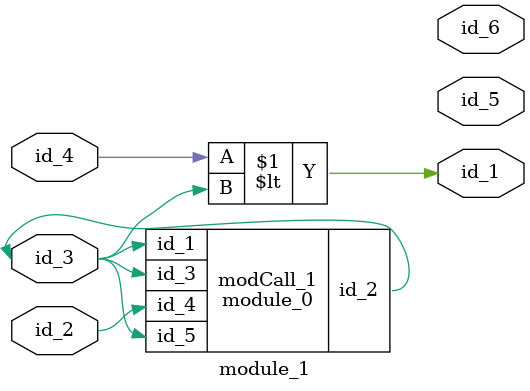
<source format=v>
module module_0 (
    id_1,
    id_2,
    id_3,
    id_4,
    id_5
);
  input wire id_5;
  input wire id_4;
  input wire id_3;
  inout wire id_2;
  input wire id_1;
  wire id_6;
endmodule
module module_1 (
    id_1,
    id_2,
    id_3,
    id_4,
    id_5,
    id_6
);
  output wire id_6;
  output wire id_5;
  input wire id_4;
  inout wire id_3;
  inout wire id_2;
  output wire id_1;
  assign id_1 = id_4 < id_3;
  module_0 modCall_1 (
      id_3,
      id_3,
      id_3,
      id_2,
      id_3
  );
endmodule

</source>
